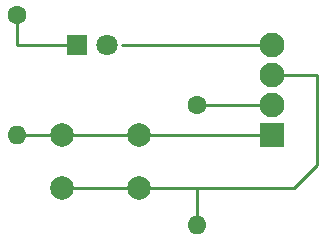
<source format=gbr>
G04 #@! TF.GenerationSoftware,KiCad,Pcbnew,(5.0.1-3-g963ef8bb5)*
G04 #@! TF.CreationDate,2018-12-20T15:49:25+01:00*
G04 #@! TF.ProjectId,WifiLedButton,576966694C6564427574746F6E2E6B69,1.0*
G04 #@! TF.SameCoordinates,Original*
G04 #@! TF.FileFunction,Copper,L2,Bot,Signal*
G04 #@! TF.FilePolarity,Positive*
%FSLAX46Y46*%
G04 Gerber Fmt 4.6, Leading zero omitted, Abs format (unit mm)*
G04 Created by KiCad (PCBNEW (5.0.1-3-g963ef8bb5)) date Donnerstag, 20. Dezember 2018 um 15:49:25*
%MOMM*%
%LPD*%
G01*
G04 APERTURE LIST*
G04 #@! TA.AperFunction,ComponentPad*
%ADD10R,1.800000X1.800000*%
G04 #@! TD*
G04 #@! TA.AperFunction,ComponentPad*
%ADD11C,1.800000*%
G04 #@! TD*
G04 #@! TA.AperFunction,ComponentPad*
%ADD12R,2.100000X2.100000*%
G04 #@! TD*
G04 #@! TA.AperFunction,ComponentPad*
%ADD13C,2.100000*%
G04 #@! TD*
G04 #@! TA.AperFunction,ComponentPad*
%ADD14O,1.600000X1.600000*%
G04 #@! TD*
G04 #@! TA.AperFunction,ComponentPad*
%ADD15C,1.600000*%
G04 #@! TD*
G04 #@! TA.AperFunction,ComponentPad*
%ADD16C,2.000000*%
G04 #@! TD*
G04 #@! TA.AperFunction,Conductor*
%ADD17C,0.250000*%
G04 #@! TD*
G04 APERTURE END LIST*
D10*
G04 #@! TO.P,D1,1*
G04 #@! TO.N,Net-(D1-Pad1)*
X66040000Y-53340000D03*
D11*
G04 #@! TO.P,D1,2*
G04 #@! TO.N,Net-(D1-Pad2)*
X68580000Y-53340000D03*
G04 #@! TD*
D12*
G04 #@! TO.P,J1,1*
G04 #@! TO.N,GND*
X82550000Y-60960000D03*
D13*
G04 #@! TO.P,J1,2*
G04 #@! TO.N,Net-(J1-Pad2)*
X82550000Y-58420000D03*
G04 #@! TO.P,J1,3*
G04 #@! TO.N,Net-(J1-Pad3)*
X82550000Y-55880000D03*
G04 #@! TO.P,J1,4*
G04 #@! TO.N,Net-(D1-Pad2)*
X82550000Y-53340000D03*
G04 #@! TD*
D14*
G04 #@! TO.P,R1,2*
G04 #@! TO.N,Net-(J1-Pad3)*
X76200000Y-68580000D03*
D15*
G04 #@! TO.P,R1,1*
G04 #@! TO.N,Net-(J1-Pad2)*
X76200000Y-58420000D03*
G04 #@! TD*
G04 #@! TO.P,R2,1*
G04 #@! TO.N,Net-(D1-Pad1)*
X60960000Y-50800000D03*
D14*
G04 #@! TO.P,R2,2*
G04 #@! TO.N,GND*
X60960000Y-60960000D03*
G04 #@! TD*
D16*
G04 #@! TO.P,SW1,2*
G04 #@! TO.N,Net-(J1-Pad3)*
X64770000Y-65460000D03*
G04 #@! TO.P,SW1,1*
G04 #@! TO.N,GND*
X64770000Y-60960000D03*
G04 #@! TO.P,SW1,2*
G04 #@! TO.N,Net-(J1-Pad3)*
X71270000Y-65460000D03*
G04 #@! TO.P,SW1,1*
G04 #@! TO.N,GND*
X71270000Y-60960000D03*
G04 #@! TD*
D17*
G04 #@! TO.N,Net-(D1-Pad1)*
X60960000Y-50800000D02*
X60960000Y-53340000D01*
X60960000Y-53340000D02*
X66040000Y-53340000D01*
G04 #@! TO.N,Net-(D1-Pad2)*
X82550000Y-53340000D02*
X69850000Y-53340000D01*
G04 #@! TO.N,GND*
X60960000Y-60960000D02*
X82550000Y-60960000D01*
G04 #@! TO.N,Net-(J1-Pad2)*
X82550000Y-58420000D02*
X76200000Y-58420000D01*
G04 #@! TO.N,Net-(J1-Pad3)*
X84400000Y-65460000D02*
X86360000Y-63500000D01*
X86360000Y-63500000D02*
X86360000Y-55880000D01*
X86360000Y-55880000D02*
X82550000Y-55880000D01*
X76200000Y-68580000D02*
X76200000Y-65460000D01*
X76200000Y-65460000D02*
X84400000Y-65460000D01*
X64770000Y-65460000D02*
X76200000Y-65460000D01*
G04 #@! TD*
M02*

</source>
